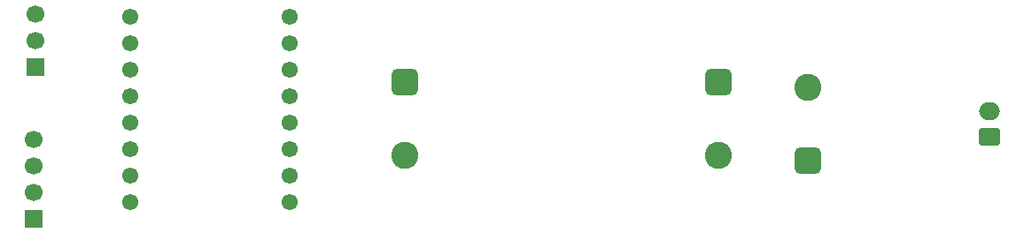
<source format=gbr>
%TF.GenerationSoftware,KiCad,Pcbnew,9.0.4*%
%TF.CreationDate,2025-11-12T11:38:36+05:30*%
%TF.ProjectId,BikeSSv3,42696b65-5353-4763-932e-6b696361645f,rev?*%
%TF.SameCoordinates,Original*%
%TF.FileFunction,Soldermask,Top*%
%TF.FilePolarity,Negative*%
%FSLAX46Y46*%
G04 Gerber Fmt 4.6, Leading zero omitted, Abs format (unit mm)*
G04 Created by KiCad (PCBNEW 9.0.4) date 2025-11-12 11:38:36*
%MOMM*%
%LPD*%
G01*
G04 APERTURE LIST*
G04 Aperture macros list*
%AMRoundRect*
0 Rectangle with rounded corners*
0 $1 Rounding radius*
0 $2 $3 $4 $5 $6 $7 $8 $9 X,Y pos of 4 corners*
0 Add a 4 corners polygon primitive as box body*
4,1,4,$2,$3,$4,$5,$6,$7,$8,$9,$2,$3,0*
0 Add four circle primitives for the rounded corners*
1,1,$1+$1,$2,$3*
1,1,$1+$1,$4,$5*
1,1,$1+$1,$6,$7*
1,1,$1+$1,$8,$9*
0 Add four rect primitives between the rounded corners*
20,1,$1+$1,$2,$3,$4,$5,0*
20,1,$1+$1,$4,$5,$6,$7,0*
20,1,$1+$1,$6,$7,$8,$9,0*
20,1,$1+$1,$8,$9,$2,$3,0*%
G04 Aperture macros list end*
%ADD10RoundRect,0.650000X0.650000X-0.650000X0.650000X0.650000X-0.650000X0.650000X-0.650000X-0.650000X0*%
%ADD11C,2.600000*%
%ADD12R,1.700000X1.700000*%
%ADD13C,1.700000*%
%ADD14RoundRect,0.650000X-0.650000X0.650000X-0.650000X-0.650000X0.650000X-0.650000X0.650000X0.650000X0*%
%ADD15C,1.552000*%
%ADD16RoundRect,0.250000X0.750000X-0.600000X0.750000X0.600000X-0.750000X0.600000X-0.750000X-0.600000X0*%
%ADD17O,2.000000X1.700000*%
G04 APERTURE END LIST*
D10*
%TO.C,TP102*%
X257500000Y-55000000D03*
D11*
X257500000Y-48000000D03*
%TD*%
D12*
%TO.C,J110*%
X183725000Y-46025000D03*
D13*
X183725000Y-43485000D03*
X183725000Y-40945000D03*
%TD*%
D14*
%TO.C,TP104*%
X249000000Y-47500000D03*
D11*
X249000000Y-54500000D03*
%TD*%
D15*
%TO.C,U102*%
X207990000Y-59030000D03*
X207990000Y-56490000D03*
X207990000Y-53950000D03*
X207990000Y-51410000D03*
X207990000Y-46330000D03*
X207990000Y-48870000D03*
X192750000Y-41250000D03*
X207990000Y-41250000D03*
X192750000Y-43790000D03*
X192750000Y-46330000D03*
X192750000Y-48870000D03*
X192750000Y-51410000D03*
X192750000Y-53950000D03*
X192750000Y-56490000D03*
X192750000Y-59030000D03*
X207990000Y-43790000D03*
%TD*%
D12*
%TO.C,J109*%
X183500000Y-60580000D03*
D13*
X183500000Y-58040000D03*
X183500000Y-55500000D03*
X183500000Y-52960000D03*
%TD*%
D14*
%TO.C,TP105*%
X219000000Y-47500000D03*
D11*
X219000000Y-54500000D03*
%TD*%
D16*
%TO.C,J111*%
X274850000Y-52750000D03*
D17*
X274850000Y-50250000D03*
%TD*%
M02*

</source>
